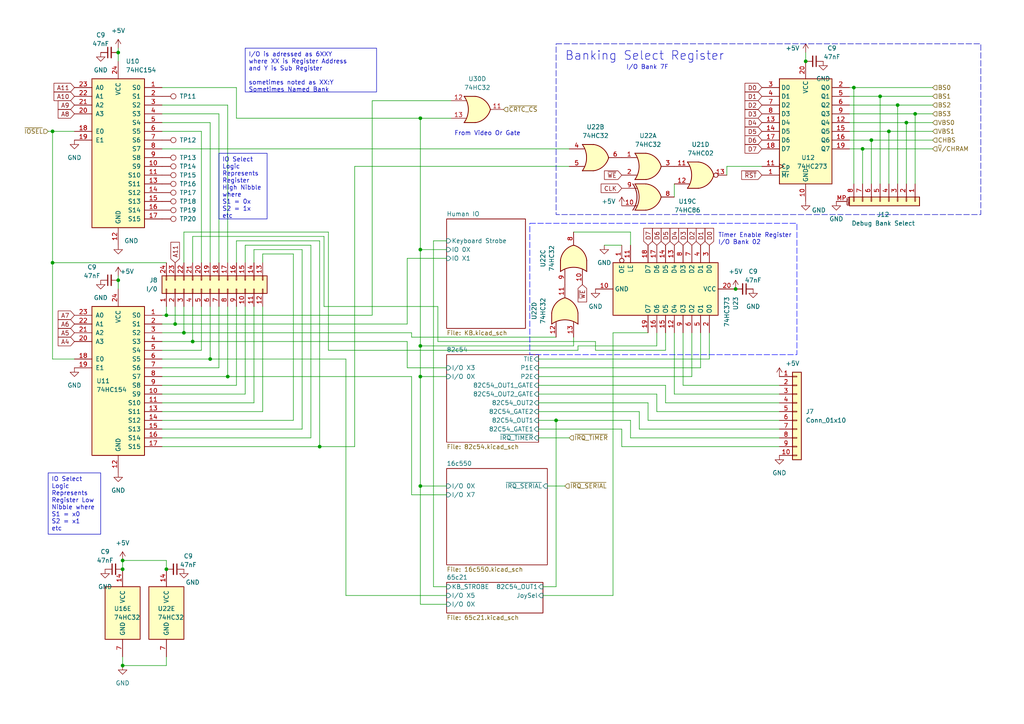
<source format=kicad_sch>
(kicad_sch (version 20230121) (generator eeschema)
  (paper "A4")
  (lib_symbols
    (symbol "74xx:74HC273"
      (property "Reference" "U" (at -7.62 16.51 0))
      (property "Value" "74HC273" (at -7.62 -16.51 0))
      (symbol "74HC273_1_0"
        (pin input line (at -12.7 -12.7 0) (length 5.08) (name "~{Mr}") (number "1"))
        (pin power_in line (at 0 -20.32 90) (length 5.08) (name "GND") (number "10"))
        (pin input clock (at -12.7 -10.16 0) (length 5.08) (name "Cp") (number "11"))
        (pin output line (at 12.7 2.54 180) (length 5.08) (name "Q4") (number "12"))
        (pin input line (at -12.7 2.54 0) (length 5.08) (name "D4") (number "13"))
        (pin input line (at -12.7 0 0) (length 5.08) (name "D5") (number "14"))
        (pin output line (at 12.7 0 180) (length 5.08) (name "Q5") (number "15"))
        (pin output line (at 12.7 -2.54 180) (length 5.08) (name "Q6") (number "16"))
        (pin input line (at -12.7 -2.54 0) (length 5.08) (name "D6") (number "17"))
        (pin input line (at -12.7 -5.08 0) (length 5.08) (name "D7") (number "18"))
        (pin output line (at 12.7 -5.08 180) (length 5.08) (name "Q7") (number "19"))
        (pin output line (at 12.7 12.7 180) (length 5.08) (name "Q0") (number "2"))
        (pin power_in line (at 0 20.32 270) (length 5.08) (name "VCC") (number "20"))
        (pin input line (at -12.7 12.7 0) (length 5.08) (name "D0") (number "3"))
        (pin input line (at -12.7 10.16 0) (length 5.08) (name "D1") (number "4"))
        (pin output line (at 12.7 10.16 180) (length 5.08) (name "Q1") (number "5"))
        (pin output line (at 12.7 7.62 180) (length 5.08) (name "Q2") (number "6"))
        (pin input line (at -12.7 7.62 0) (length 5.08) (name "D2") (number "7"))
        (pin input line (at -12.7 5.08 0) (length 5.08) (name "D3") (number "8"))
        (pin output line (at 12.7 5.08 180) (length 5.08) (name "Q3") (number "9"))
      )
    )
    (symbol "74xx:74HCT02" (pin_names (offset 1.016))
      (property "Reference" "U" (at 0 1.27 0))
      (property "Value" "74HCT02" (at 0 -1.27 0))
      (symbol "74HCT02_1_1"
        (pin output inverted (at 7.62 0 180) (length 3.81) (name "~") (number "1"))
        (pin input line (at -7.62 2.54 0) (length 4.318) (name "~") (number "2"))
        (pin input line (at -7.62 -2.54 0) (length 4.318) (name "~") (number "3"))
      )
      (symbol "74HCT02_1_2"
        (pin output line (at 7.62 0 180) (length 3.81) (name "~") (number "1"))
        (pin input inverted (at -7.62 2.54 0) (length 3.81) (name "~") (number "2"))
        (pin input inverted (at -7.62 -2.54 0) (length 3.81) (name "~") (number "3"))
      )
      (symbol "74HCT02_2_1"
        (pin output inverted (at 7.62 0 180) (length 3.81) (name "~") (number "4"))
        (pin input line (at -7.62 2.54 0) (length 4.318) (name "~") (number "5"))
        (pin input line (at -7.62 -2.54 0) (length 4.318) (name "~") (number "6"))
      )
      (symbol "74HCT02_2_2"
        (pin output line (at 7.62 0 180) (length 3.81) (name "~") (number "4"))
        (pin input inverted (at -7.62 2.54 0) (length 3.81) (name "~") (number "5"))
        (pin input inverted (at -7.62 -2.54 0) (length 3.81) (name "~") (number "6"))
      )
      (symbol "74HCT02_3_1"
        (pin output inverted (at 7.62 0 180) (length 3.81) (name "~") (number "10"))
        (pin input line (at -7.62 2.54 0) (length 4.318) (name "~") (number "8"))
        (pin input line (at -7.62 -2.54 0) (length 4.318) (name "~") (number "9"))
      )
      (symbol "74HCT02_3_2"
        (pin output line (at 7.62 0 180) (length 3.81) (name "~") (number "10"))
        (pin input inverted (at -7.62 2.54 0) (length 3.81) (name "~") (number "8"))
        (pin input inverted (at -7.62 -2.54 0) (length 3.81) (name "~") (number "9"))
      )
      (symbol "74HCT02_4_1"
        (pin input line (at -7.62 2.54 0) (length 4.318) (name "~") (number "11"))
        (pin input line (at -7.62 -2.54 0) (length 4.318) (name "~") (number "12"))
        (pin output inverted (at 7.62 0 180) (length 3.81) (name "~") (number "13"))
      )
      (symbol "74HCT02_4_2"
        (pin input inverted (at -7.62 2.54 0) (length 3.81) (name "~") (number "11"))
        (pin input inverted (at -7.62 -2.54 0) (length 3.81) (name "~") (number "12"))
        (pin output line (at 7.62 0 180) (length 3.81) (name "~") (number "13"))
      )
      (symbol "74HCT02_5_0"
        (pin power_in line (at 0 12.7 270) (length 5.08) (name "VCC") (number "14"))
        (pin power_in line (at 0 -12.7 90) (length 5.08) (name "GND") (number "7"))
      )
    )
    (symbol "74xx:74HCT373"
      (property "Reference" "U" (at -7.62 16.51 0))
      (property "Value" "74HCT373" (at -7.62 -16.51 0))
      (symbol "74HCT373_1_0"
        (pin input inverted (at -12.7 -12.7 0) (length 5.08) (name "OE") (number "1"))
        (pin power_in line (at 0 -20.32 90) (length 5.08) (name "GND") (number "10"))
        (pin input line (at -12.7 -10.16 0) (length 5.08) (name "LE") (number "11"))
        (pin tri_state line (at 12.7 2.54 180) (length 5.08) (name "O4") (number "12"))
        (pin input line (at -12.7 2.54 0) (length 5.08) (name "D4") (number "13"))
        (pin input line (at -12.7 0 0) (length 5.08) (name "D5") (number "14"))
        (pin tri_state line (at 12.7 0 180) (length 5.08) (name "O5") (number "15"))
        (pin tri_state line (at 12.7 -2.54 180) (length 5.08) (name "O6") (number "16"))
        (pin input line (at -12.7 -2.54 0) (length 5.08) (name "D6") (number "17"))
        (pin input line (at -12.7 -5.08 0) (length 5.08) (name "D7") (number "18"))
        (pin tri_state line (at 12.7 -5.08 180) (length 5.08) (name "O7") (number "19"))
        (pin tri_state line (at 12.7 12.7 180) (length 5.08) (name "O0") (number "2"))
        (pin power_in line (at 0 20.32 270) (length 5.08) (name "VCC") (number "20"))
        (pin input line (at -12.7 12.7 0) (length 5.08) (name "D0") (number "3"))
        (pin input line (at -12.7 10.16 0) (length 5.08) (name "D1") (number "4"))
        (pin tri_state line (at 12.7 10.16 180) (length 5.08) (name "O1") (number "5"))
        (pin tri_state line (at 12.7 7.62 180) (length 5.08) (name "O2") (number "6"))
        (pin input line (at -12.7 7.62 0) (length 5.08) (name "D2") (number "7"))
        (pin input line (at -12.7 5.08 0) (length 5.08) (name "D3") (number "8"))
        (pin tri_state line (at 12.7 5.08 180) (length 5.08) (name "O3") (number "9"))
      )
    )
    (symbol "74xx:74LS154" (pin_names (offset 1.016))
      (property "Reference" "U" (at -7.62 21.59 0))
      (property "Value" "74LS154" (at -7.62 -24.13 0))
      (symbol "74LS154_1_0"
        (pin output line (at 12.7 17.78 180) (length 5.08) (name "S0") (number "1"))
        (pin output line (at 12.7 -5.08 180) (length 5.08) (name "S9") (number "10"))
        (pin output line (at 12.7 -7.62 180) (length 5.08) (name "S10") (number "11"))
        (pin power_in line (at 0 -27.94 90) (length 5.08) (name "GND") (number "12"))
        (pin output line (at 12.7 -10.16 180) (length 5.08) (name "S11") (number "13"))
        (pin output line (at 12.7 -12.7 180) (length 5.08) (name "S12") (number "14"))
        (pin output line (at 12.7 -15.24 180) (length 5.08) (name "S13") (number "15"))
        (pin output line (at 12.7 -17.78 180) (length 5.08) (name "S14") (number "16"))
        (pin output line (at 12.7 -20.32 180) (length 5.08) (name "S15") (number "17"))
        (pin input line (at -12.7 5.08 0) (length 5.08) (name "E0") (number "18"))
        (pin input line (at -12.7 2.54 0) (length 5.08) (name "E1") (number "19"))
        (pin output line (at 12.7 15.24 180) (length 5.08) (name "S1") (number "2"))
        (pin input line (at -12.7 10.16 0) (length 5.08) (name "A3") (number "20"))
        (pin input line (at -12.7 12.7 0) (length 5.08) (name "A2") (number "21"))
        (pin input line (at -12.7 15.24 0) (length 5.08) (name "A1") (number "22"))
        (pin input line (at -12.7 17.78 0) (length 5.08) (name "A0") (number "23"))
        (pin power_in line (at 0 25.4 270) (length 5.08) (name "VCC") (number "24"))
        (pin output line (at 12.7 12.7 180) (length 5.08) (name "S2") (number "3"))
        (pin output line (at 12.7 10.16 180) (length 5.08) (name "S3") (number "4"))
        (pin output line (at 12.7 7.62 180) (length 5.08) (name "S4") (number "5"))
        (pin output line (at 12.7 5.08 180) (length 5.08) (name "S5") (number "6"))
        (pin output line (at 12.7 2.54 180) (length 5.08) (name "S6") (number "7"))
        (pin output line (at 12.7 0 180) (length 5.08) (name "S7") (number "8"))
        (pin output line (at 12.7 -2.54 180) (length 5.08) (name "S8") (number "9"))
      )
    )
    (symbol "74xx:74LS32" (pin_names (offset 1.016))
      (property "Reference" "U" (at 0 1.27 0))
      (property "Value" "74LS32" (at 0 -1.27 0))
      (symbol "74LS32_1_1"
        (pin input line (at -7.62 2.54 0) (length 4.318) (name "~") (number "1"))
        (pin input line (at -7.62 -2.54 0) (length 4.318) (name "~") (number "2"))
        (pin output line (at 7.62 0 180) (length 3.81) (name "~") (number "3"))
      )
      (symbol "74LS32_1_2"
        (pin input inverted (at -7.62 2.54 0) (length 3.81) (name "~") (number "1"))
        (pin input inverted (at -7.62 -2.54 0) (length 3.81) (name "~") (number "2"))
        (pin output inverted (at 7.62 0 180) (length 3.81) (name "~") (number "3"))
      )
      (symbol "74LS32_2_1"
        (pin input line (at -7.62 2.54 0) (length 4.318) (name "~") (number "4"))
        (pin input line (at -7.62 -2.54 0) (length 4.318) (name "~") (number "5"))
        (pin output line (at 7.62 0 180) (length 3.81) (name "~") (number "6"))
      )
      (symbol "74LS32_2_2"
        (pin input inverted (at -7.62 2.54 0) (length 3.81) (name "~") (number "4"))
        (pin input inverted (at -7.62 -2.54 0) (length 3.81) (name "~") (number "5"))
        (pin output inverted (at 7.62 0 180) (length 3.81) (name "~") (number "6"))
      )
      (symbol "74LS32_3_1"
        (pin input line (at -7.62 -2.54 0) (length 4.318) (name "~") (number "10"))
        (pin output line (at 7.62 0 180) (length 3.81) (name "~") (number "8"))
        (pin input line (at -7.62 2.54 0) (length 4.318) (name "~") (number "9"))
      )
      (symbol "74LS32_3_2"
        (pin input inverted (at -7.62 -2.54 0) (length 3.81) (name "~") (number "10"))
        (pin output inverted (at 7.62 0 180) (length 3.81) (name "~") (number "8"))
        (pin input inverted (at -7.62 2.54 0) (length 3.81) (name "~") (number "9"))
      )
      (symbol "74LS32_4_1"
        (pin output line (at 7.62 0 180) (length 3.81) (name "~") (number "11"))
        (pin input line (at -7.62 2.54 0) (length 4.318) (name "~") (number "12"))
        (pin input line (at -7.62 -2.54 0) (length 4.318) (name "~") (number "13"))
      )
      (symbol "74LS32_4_2"
        (pin output inverted (at 7.62 0 180) (length 3.81) (name "~") (number "11"))
        (pin input inverted (at -7.62 2.54 0) (length 3.81) (name "~") (number "12"))
        (pin input inverted (at -7.62 -2.54 0) (length 3.81) (name "~") (number "13"))
      )
      (symbol "74LS32_5_0"
        (pin power_in line (at 0 12.7 270) (length 5.08) (name "VCC") (number "14"))
        (pin power_in line (at 0 -12.7 90) (length 5.08) (name "GND") (number "7"))
      )
    )
    (symbol "74xx:74LS86" (pin_names (offset 1.016))
      (property "Reference" "U" (at 0 1.27 0))
      (property "Value" "74LS86" (at 0 -1.27 0))
      (symbol "74LS86_1_0"
        (pin input line (at -7.62 2.54 0) (length 4.445) (name "~") (number "1"))
        (pin input line (at -7.62 -2.54 0) (length 4.445) (name "~") (number "2"))
        (pin output line (at 7.62 0 180) (length 3.81) (name "~") (number "3"))
      )
      (symbol "74LS86_2_0"
        (pin input line (at -7.62 2.54 0) (length 4.445) (name "~") (number "4"))
        (pin input line (at -7.62 -2.54 0) (length 4.445) (name "~") (number "5"))
        (pin output line (at 7.62 0 180) (length 3.81) (name "~") (number "6"))
      )
      (symbol "74LS86_3_0"
        (pin input line (at -7.62 -2.54 0) (length 4.445) (name "~") (number "10"))
        (pin output line (at 7.62 0 180) (length 3.81) (name "~") (number "8"))
        (pin input line (at -7.62 2.54 0) (length 4.445) (name "~") (number "9"))
      )
      (symbol "74LS86_4_0"
        (pin output line (at 7.62 0 180) (length 3.81) (name "~") (number "11"))
        (pin input line (at -7.62 2.54 0) (length 4.445) (name "~") (number "12"))
        (pin input line (at -7.62 -2.54 0) (length 4.445) (name "~") (number "13"))
      )
      (symbol "74LS86_5_0"
        (pin power_in line (at 0 12.7 270) (length 5.08) (name "VCC") (number "14"))
        (pin power_in line (at 0 -12.7 90) (length 5.08) (name "GND") (number "7"))
      )
    )
    (symbol "Connector:TestPoint" (pin_numbers hide) (pin_names (offset 0.762) hide)
      (property "Reference" "TP" (at 0 6.858 0))
      (property "Value" "TestPoint" (at 0 5.08 0))
      (symbol "TestPoint_1_1"
        (pin passive line (at 0 0 90) (length 2.54) (name "1") (number "1"))
      )
    )
    (symbol "Connector_Generic:Conn_01x10" (pin_names (offset 1.016) hide)
      (property "Reference" "J" (at 0 12.7 0))
      (property "Value" "Conn_01x10" (at 0 -15.24 0))
      (symbol "Conn_01x10_1_1"
        (pin passive line (at -5.08 10.16 0) (length 3.81) (name "Pin_1") (number "1"))
        (pin passive line (at -5.08 -12.7 0) (length 3.81) (name "Pin_10") (number "10"))
        (pin passive line (at -5.08 7.62 0) (length 3.81) (name "Pin_2") (number "2"))
        (pin passive line (at -5.08 5.08 0) (length 3.81) (name "Pin_3") (number "3"))
        (pin passive line (at -5.08 2.54 0) (length 3.81) (name "Pin_4") (number "4"))
        (pin passive line (at -5.08 0 0) (length 3.81) (name "Pin_5") (number "5"))
        (pin passive line (at -5.08 -2.54 0) (length 3.81) (name "Pin_6") (number "6"))
        (pin passive line (at -5.08 -5.08 0) (length 3.81) (name "Pin_7") (number "7"))
        (pin passive line (at -5.08 -7.62 0) (length 3.81) (name "Pin_8") (number "8"))
        (pin passive line (at -5.08 -10.16 0) (length 3.81) (name "Pin_9") (number "9"))
      )
    )
    (symbol "Connector_Generic:Conn_02x12_Counter_Clockwise" (pin_names (offset 1.016) hide)
      (property "Reference" "J" (at 1.27 15.24 0))
      (property "Value" "Conn_02x12_Counter_Clockwise" (at 1.27 -17.78 0))
      (symbol "Conn_02x12_Counter_Clockwise_1_1"
        (pin passive line (at -5.08 12.7 0) (length 3.81) (name "Pin_1") (number "1"))
        (pin passive line (at -5.08 -10.16 0) (length 3.81) (name "Pin_10") (number "10"))
        (pin passive line (at -5.08 -12.7 0) (length 3.81) (name "Pin_11") (number "11"))
        (pin passive line (at -5.08 -15.24 0) (length 3.81) (name "Pin_12") (number "12"))
        (pin passive line (at 7.62 -15.24 180) (length 3.81) (name "Pin_13") (number "13"))
        (pin passive line (at 7.62 -12.7 180) (length 3.81) (name "Pin_14") (number "14"))
        (pin passive line (at 7.62 -10.16 180) (length 3.81) (name "Pin_15") (number "15"))
        (pin passive line (at 7.62 -7.62 180) (length 3.81) (name "Pin_16") (number "16"))
        (pin passive line (at 7.62 -5.08 180) (length 3.81) (name "Pin_17") (number "17"))
        (pin passive line (at 7.62 -2.54 180) (length 3.81) (name "Pin_18") (number "18"))
        (pin passive line (at 7.62 0 180) (length 3.81) (name "Pin_19") (number "19"))
        (pin passive line (at -5.08 10.16 0) (length 3.81) (name "Pin_2") (number "2"))
        (pin passive line (at 7.62 2.54 180) (length 3.81) (name "Pin_20") (number "20"))
        (pin passive line (at 7.62 5.08 180) (length 3.81) (name "Pin_21") (number "21"))
        (pin passive line (at 7.62 7.62 180) (length 3.81) (name "Pin_22") (number "22"))
        (pin passive line (at 7.62 10.16 180) (length 3.81) (name "Pin_23") (number "23"))
        (pin passive line (at 7.62 12.7 180) (length 3.81) (name "Pin_24") (number "24"))
        (pin passive line (at -5.08 7.62 0) (length 3.81) (name "Pin_3") (number "3"))
        (pin passive line (at -5.08 5.08 0) (length 3.81) (name "Pin_4") (number "4"))
        (pin passive line (at -5.08 2.54 0) (length 3.81) (name "Pin_5") (number "5"))
        (pin passive line (at -5.08 0 0) (length 3.81) (name "Pin_6") (number "6"))
        (pin passive line (at -5.08 -2.54 0) (length 3.81) (name "Pin_7") (number "7"))
        (pin passive line (at -5.08 -5.08 0) (length 3.81) (name "Pin_8") (number "8"))
        (pin passive line (at -5.08 -7.62 0) (length 3.81) (name "Pin_9") (number "9"))
      )
    )
    (symbol "Connector_Generic_MountingPin:Conn_01x08_MountingPin" (pin_names (offset 1.016) hide)
      (property "Reference" "J" (at 0 10.16 0))
      (property "Value" "Conn_01x08_MountingPin" (at 1.27 -12.7 0))
      (symbol "Conn_01x08_MountingPin_1_1"
        (text "Mounting" (at 0 -11.811 0) (effects (font (size 0.381 0.381))))
        (pin passive line (at -5.08 7.62 0) (length 3.81) (name "Pin_1") (number "1"))
        (pin passive line (at -5.08 5.08 0) (length 3.81) (name "Pin_2") (number "2"))
        (pin passive line (at -5.08 2.54 0) (length 3.81) (name "Pin_3") (number "3"))
        (pin passive line (at -5.08 0 0) (length 3.81) (name "Pin_4") (number "4"))
        (pin passive line (at -5.08 -2.54 0) (length 3.81) (name "Pin_5") (number "5"))
        (pin passive line (at -5.08 -5.08 0) (length 3.81) (name "Pin_6") (number "6"))
        (pin passive line (at -5.08 -7.62 0) (length 3.81) (name "Pin_7") (number "7"))
        (pin passive line (at -5.08 -10.16 0) (length 3.81) (name "Pin_8") (number "8"))
        (pin passive line (at 0 -15.24 90) (length 3.048) (name "MountPin") (number "MP"))
      )
    )
    (symbol "Device:C_Small" (pin_numbers hide) (pin_names (offset 0.254) hide)
      (property "Reference" "C" (at 0.254 1.778 0))
      (property "Value" "C_Small" (at 0.254 -2.032 0))
      (symbol "C_Small_1_1"
        (pin passive line (at 0 2.54 270) (length 2.032) (name "~") (number "1"))
        (pin passive line (at 0 -2.54 90) (length 2.032) (name "~") (number "2"))
      )
    )
    (symbol "power:+5V" (power) (pin_names (offset 0))
      (property "Value" "+5V" (at 0 3.556 0))
      (symbol "+5V_1_1"
        (pin power_in line (at 0 0 90) (length 0) hide (name "+5V") (number "1"))
      )
    )
    (symbol "power:GND" (power) (pin_names (offset 0))
      (property "Value" "GND" (at 0 -3.81 0))
      (symbol "GND_1_1"
        (pin power_in line (at 0 0 270) (length 0) hide (name "GND") (number "1"))
      )
    )
  )
  (junction (at 34.29 81.28))
  (junction (at 257.81 38.1))
  (junction (at 92.71 129.54))
  (junction (at 121.92 34.29))
  (junction (at 35.56 165.1))
  (junction (at 35.56 162.56))
  (junction (at 121.92 100.33))
  (junction (at 250.19 43.18))
  (junction (at 121.92 72.39))
  (junction (at 50.8 93.98))
  (junction (at 55.88 99.06))
  (junction (at 247.65 25.4))
  (junction (at 255.27 27.94))
  (junction (at 53.34 96.52))
  (junction (at 161.29 121.92))
  (junction (at 213.36 83.82))
  (junction (at 15.24 38.1))
  (junction (at 48.26 91.44))
  (junction (at 252.73 40.64))
  (junction (at 60.96 104.14))
  (junction (at 121.92 109.22))
  (junction (at 262.89 35.56))
  (junction (at 66.04 109.22))
  (junction (at 121.92 140.97))
  (junction (at 34.29 15.24))
  (junction (at 15.24 76.2))
  (junction (at 35.56 193.04))
  (junction (at 48.26 165.1))
  (junction (at 233.68 17.78))
  (junction (at 260.35 30.48))
  (junction (at 265.43 33.02))
  (wire (pts (xy 121.92 109.22) (xy 121.92 140.97)))
  (wire (pts (xy 157.48 172.72) (xy 177.8 172.72)))
  (wire (pts (xy 270.51 38.1) (xy 257.81 38.1)))
  (wire (pts (xy 156.21 116.84) (xy 187.96 116.84)))
  (wire (pts (xy 118.11 74.93) (xy 118.11 93.98)))
  (wire (pts (xy 262.89 35.56) (xy 246.38 35.56)))
  (wire (pts (xy 257.81 38.1) (xy 257.81 53.34)))
  (wire (pts (xy 118.11 74.93) (xy 129.54 74.93)))
  (wire (pts (xy 100.33 172.72) (xy 129.54 172.72)))
  (wire (pts (xy 13.97 38.1) (xy 15.24 38.1)))
  (wire (pts (xy 60.96 76.2) (xy 60.96 35.56)))
  (wire (pts (xy 85.09 121.92) (xy 85.09 73.66)))
  (wire (pts (xy 92.71 69.85) (xy 92.71 129.54)))
  (wire (pts (xy 121.92 72.39) (xy 121.92 100.33)))
  (wire (pts (xy 172.72 99.06) (xy 172.72 101.6)))
  (wire (pts (xy 87.63 72.39) (xy 73.66 72.39)))
  (wire (pts (xy 119.38 97.79) (xy 119.38 96.52)))
  (wire (pts (xy 68.58 34.29) (xy 121.92 34.29)))
  (wire (pts (xy 68.58 34.29) (xy 68.58 25.4)))
  (wire (pts (xy 21.59 104.14) (xy 15.24 104.14)))
  (wire (pts (xy 46.99 109.22) (xy 66.04 109.22)))
  (wire (pts (xy 270.51 25.4) (xy 247.65 25.4)))
  (wire (pts (xy 187.96 116.84) (xy 187.96 121.92)))
  (wire (pts (xy 195.58 53.34) (xy 195.58 57.15)))
  (wire (pts (xy 121.92 34.29) (xy 130.81 34.29)))
  (wire (pts (xy 71.12 71.12) (xy 71.12 76.2)))
  (wire (pts (xy 187.96 121.92) (xy 226.06 121.92)))
  (wire (pts (xy 166.37 67.31) (xy 182.88 67.31)))
  (wire (pts (xy 58.42 88.9) (xy 58.42 101.6)))
  (wire (pts (xy 193.04 111.76) (xy 193.04 116.84)))
  (wire (pts (xy 250.19 43.18) (xy 250.19 53.34)))
  (wire (pts (xy 100.33 172.72) (xy 100.33 104.14)))
  (wire (pts (xy 190.5 119.38) (xy 190.5 114.3)))
  (wire (pts (xy 250.19 43.18) (xy 246.38 43.18)))
  (wire (pts (xy 48.26 162.56) (xy 35.56 162.56)))
  (wire (pts (xy 167.64 100.33) (xy 167.64 101.6)))
  (wire (pts (xy 15.24 76.2) (xy 48.26 76.2)))
  (wire (pts (xy 205.74 96.52) (xy 205.74 104.14)))
  (wire (pts (xy 68.58 111.76) (xy 46.99 111.76)))
  (wire (pts (xy 127 88.9) (xy 127 99.06)))
  (wire (pts (xy 102.87 48.26) (xy 102.87 129.54)))
  (wire (pts (xy 121.92 100.33) (xy 121.92 109.22)))
  (wire (pts (xy 107.95 29.21) (xy 130.81 29.21)))
  (wire (pts (xy 195.58 114.3) (xy 226.06 114.3)))
  (wire (pts (xy 46.99 96.52) (xy 53.34 96.52)))
  (wire (pts (xy 76.2 73.66) (xy 76.2 76.2)))
  (wire (pts (xy 129.54 140.97) (xy 121.92 140.97)))
  (wire (pts (xy 156.21 111.76) (xy 193.04 111.76)))
  (wire (pts (xy 66.04 88.9) (xy 66.04 109.22)))
  (wire (pts (xy 93.98 88.9) (xy 93.98 68.58)))
  (wire (pts (xy 66.04 76.2) (xy 66.04 30.48)))
  (wire (pts (xy 46.99 127) (xy 90.17 127)))
  (wire (pts (xy 15.24 38.1) (xy 21.59 38.1)))
  (wire (pts (xy 190.5 114.3) (xy 156.21 114.3)))
  (wire (pts (xy 66.04 109.22) (xy 119.38 109.22)))
  (wire (pts (xy 198.12 96.52) (xy 198.12 111.76)))
  (wire (pts (xy 265.43 33.02) (xy 265.43 53.34)))
  (wire (pts (xy 119.38 143.51) (xy 119.38 109.22)))
  (wire (pts (xy 262.89 35.56) (xy 262.89 53.34)))
  (wire (pts (xy 270.51 40.64) (xy 252.73 40.64)))
  (wire (pts (xy 260.35 30.48) (xy 260.35 53.34)))
  (wire (pts (xy 68.58 88.9) (xy 68.58 111.76)))
  (wire (pts (xy 129.54 106.68) (xy 118.11 106.68)))
  (wire (pts (xy 46.99 121.92) (xy 85.09 121.92)))
  (wire (pts (xy 53.34 67.31) (xy 53.34 76.2)))
  (wire (pts (xy 48.26 165.1) (xy 48.26 162.56)))
  (wire (pts (xy 129.54 72.39) (xy 121.92 72.39)))
  (wire (pts (xy 46.99 43.18) (xy 165.1 43.18)))
  (wire (pts (xy 95.25 67.31) (xy 53.34 67.31)))
  (wire (pts (xy 87.63 124.46) (xy 87.63 72.39)))
  (wire (pts (xy 129.54 143.51) (xy 119.38 143.51)))
  (wire (pts (xy 265.43 33.02) (xy 246.38 33.02)))
  (wire (pts (xy 71.12 114.3) (xy 46.99 114.3)))
  (wire (pts (xy 127 88.9) (xy 93.98 88.9)))
  (wire (pts (xy 46.99 33.02) (xy 63.5 33.02)))
  (wire (pts (xy 203.2 96.52) (xy 203.2 106.68)))
  (wire (pts (xy 167.64 101.6) (xy 95.25 101.6)))
  (wire (pts (xy 48.26 88.9) (xy 48.26 91.44)))
  (wire (pts (xy 35.56 190.5) (xy 35.56 193.04)))
  (wire (pts (xy 85.09 73.66) (xy 76.2 73.66)))
  (wire (pts (xy 46.99 119.38) (xy 76.2 119.38)))
  (wire (pts (xy 90.17 127) (xy 90.17 71.12)))
  (wire (pts (xy 46.99 99.06) (xy 55.88 99.06)))
  (wire (pts (xy 73.66 88.9) (xy 73.66 116.84)))
  (wire (pts (xy 156.21 119.38) (xy 185.42 119.38)))
  (wire (pts (xy 255.27 27.94) (xy 255.27 53.34)))
  (wire (pts (xy 107.95 29.21) (xy 107.95 91.44)))
  (wire (pts (xy 121.92 140.97) (xy 121.92 175.26)))
  (wire (pts (xy 48.26 91.44) (xy 107.95 91.44)))
  (wire (pts (xy 198.12 111.76) (xy 226.06 111.76)))
  (wire (pts (xy 270.51 30.48) (xy 260.35 30.48)))
  (wire (pts (xy 55.88 99.06) (xy 118.11 99.06)))
  (wire (pts (xy 93.98 68.58) (xy 55.88 68.58)))
  (wire (pts (xy 34.29 81.28) (xy 34.29 83.82)))
  (wire (pts (xy 34.29 13.97) (xy 34.29 15.24)))
  (wire (pts (xy 193.04 96.52) (xy 193.04 101.6)))
  (wire (pts (xy 193.04 116.84) (xy 226.06 116.84)))
  (wire (pts (xy 182.88 121.92) (xy 161.29 121.92)))
  (wire (pts (xy 34.29 80.01) (xy 34.29 81.28)))
  (wire (pts (xy 55.88 88.9) (xy 55.88 99.06)))
  (wire (pts (xy 190.5 96.52) (xy 190.5 100.33)))
  (wire (pts (xy 260.35 30.48) (xy 246.38 30.48)))
  (wire (pts (xy 46.99 116.84) (xy 73.66 116.84)))
  (wire (pts (xy 60.96 88.9) (xy 60.96 104.14)))
  (wire (pts (xy 50.8 93.98) (xy 46.99 93.98)))
  (wire (pts (xy 233.68 15.24) (xy 233.68 17.78)))
  (wire (pts (xy 129.54 175.26) (xy 121.92 175.26)))
  (wire (pts (xy 73.66 72.39) (xy 73.66 76.2)))
  (wire (pts (xy 247.65 25.4) (xy 247.65 53.34)))
  (wire (pts (xy 200.66 109.22) (xy 156.21 109.22)))
  (wire (pts (xy 185.42 119.38) (xy 185.42 124.46)))
  (wire (pts (xy 35.56 193.04) (xy 48.26 193.04)))
  (wire (pts (xy 53.34 96.52) (xy 119.38 96.52)))
  (wire (pts (xy 190.5 100.33) (xy 167.64 100.33)))
  (wire (pts (xy 55.88 68.58) (xy 55.88 76.2)))
  (wire (pts (xy 172.72 101.6) (xy 193.04 101.6)))
  (wire (pts (xy 58.42 101.6) (xy 46.99 101.6)))
  (wire (pts (xy 76.2 119.38) (xy 76.2 88.9)))
  (wire (pts (xy 46.99 91.44) (xy 48.26 91.44)))
  (wire (pts (xy 63.5 106.68) (xy 46.99 106.68)))
  (wire (pts (xy 158.75 140.97) (xy 163.83 140.97)))
  (wire (pts (xy 210.82 48.26) (xy 220.98 48.26)))
  (wire (pts (xy 46.99 38.1) (xy 58.42 38.1)))
  (wire (pts (xy 165.1 48.26) (xy 102.87 48.26)))
  (wire (pts (xy 247.65 25.4) (xy 246.38 25.4)))
  (wire (pts (xy 255.27 27.94) (xy 246.38 27.94)))
  (wire (pts (xy 180.34 129.54) (xy 226.06 129.54)))
  (wire (pts (xy 270.51 35.56) (xy 262.89 35.56)))
  (wire (pts (xy 125.73 69.85) (xy 129.54 69.85)))
  (wire (pts (xy 63.5 88.9) (xy 63.5 106.68)))
  (wire (pts (xy 60.96 104.14) (xy 100.33 104.14)))
  (wire (pts (xy 125.73 170.18) (xy 125.73 69.85)))
  (wire (pts (xy 252.73 40.64) (xy 252.73 53.34)))
  (wire (pts (xy 226.06 119.38) (xy 190.5 119.38)))
  (wire (pts (xy 90.17 71.12) (xy 71.12 71.12)))
  (wire (pts (xy 127 99.06) (xy 172.72 99.06)))
  (wire (pts (xy 270.51 43.18) (xy 250.19 43.18)))
  (wire (pts (xy 180.34 124.46) (xy 180.34 129.54)))
  (wire (pts (xy 121.92 100.33) (xy 166.37 100.33)))
  (wire (pts (xy 226.06 127) (xy 182.88 127)))
  (wire (pts (xy 166.37 100.33) (xy 166.37 97.79)))
  (wire (pts (xy 71.12 88.9) (xy 71.12 114.3)))
  (wire (pts (xy 119.38 97.79) (xy 161.29 97.79)))
  (wire (pts (xy 15.24 104.14) (xy 15.24 76.2)))
  (wire (pts (xy 205.74 104.14) (xy 156.21 104.14)))
  (wire (pts (xy 102.87 129.54) (xy 92.71 129.54)))
  (wire (pts (xy 270.51 33.02) (xy 265.43 33.02)))
  (wire (pts (xy 161.29 121.92) (xy 161.29 170.18)))
  (wire (pts (xy 58.42 76.2) (xy 58.42 38.1)))
  (wire (pts (xy 46.99 129.54) (xy 92.71 129.54)))
  (wire (pts (xy 46.99 124.46) (xy 87.63 124.46)))
  (wire (pts (xy 156.21 127) (xy 165.1 127)))
  (wire (pts (xy 35.56 162.56) (xy 35.56 165.1)))
  (wire (pts (xy 270.51 27.94) (xy 255.27 27.94)))
  (wire (pts (xy 46.99 30.48) (xy 66.04 30.48)))
  (wire (pts (xy 210.82 48.26) (xy 210.82 50.8)))
  (wire (pts (xy 182.88 67.31) (xy 182.88 71.12)))
  (wire (pts (xy 63.5 76.2) (xy 63.5 33.02)))
  (wire (pts (xy 15.24 76.2) (xy 15.24 38.1)))
  (wire (pts (xy 118.11 93.98) (xy 50.8 93.98)))
  (wire (pts (xy 34.29 15.24) (xy 34.29 17.78)))
  (wire (pts (xy 50.8 88.9) (xy 50.8 93.98)))
  (wire (pts (xy 95.25 67.31) (xy 95.25 101.6)))
  (wire (pts (xy 157.48 170.18) (xy 161.29 170.18)))
  (wire (pts (xy 129.54 109.22) (xy 121.92 109.22)))
  (wire (pts (xy 257.81 38.1) (xy 246.38 38.1)))
  (wire (pts (xy 182.88 127) (xy 182.88 121.92)))
  (wire (pts (xy 46.99 35.56) (xy 60.96 35.56)))
  (wire (pts (xy 175.26 71.12) (xy 180.34 71.12)))
  (wire (pts (xy 121.92 72.39) (xy 121.92 34.29)))
  (wire (pts (xy 177.8 172.72) (xy 177.8 96.52)))
  (wire (pts (xy 48.26 190.5) (xy 48.26 193.04)))
  (wire (pts (xy 252.73 40.64) (xy 246.38 40.64)))
  (wire (pts (xy 203.2 106.68) (xy 156.21 106.68)))
  (wire (pts (xy 129.54 170.18) (xy 125.73 170.18)))
  (wire (pts (xy 200.66 96.52) (xy 200.66 109.22)))
  (wire (pts (xy 92.71 69.85) (xy 68.58 69.85)))
  (wire (pts (xy 195.58 96.52) (xy 195.58 114.3)))
  (wire (pts (xy 156.21 124.46) (xy 180.34 124.46)))
  (wire (pts (xy 53.34 88.9) (xy 53.34 96.52)))
  (wire (pts (xy 185.42 124.46) (xy 226.06 124.46)))
  (wire (pts (xy 68.58 69.85) (xy 68.58 76.2)))
  (wire (pts (xy 46.99 25.4) (xy 68.58 25.4)))
  (wire (pts (xy 177.8 96.52) (xy 187.96 96.52)))
  (wire (pts (xy 118.11 106.68) (xy 118.11 99.06)))
  (wire (pts (xy 156.21 121.92) (xy 161.29 121.92)))
  (wire (pts (xy 46.99 104.14) (xy 60.96 104.14)))
  (rectangle (start 161.29 12.7) (end 284.48 62.23) (stroke (width 0) (type dash)))
  (rectangle (start 153.67 64.77) (end 231.14 102.87) (stroke (width 0) (type dash) (color 0 0 255 1)))
  (text_box "IO Select Logic\nRepresents Register Low Nibble where\nS1 = x0\nS2 = x1\netc" (at 13.97 137.16 0) (size 15.24 17.78) (effects (font (size 1.27 1.27)) (justify left top)))
  (text_box "I/O is adressed as 6XXY\nwhere XX is Register Address\nand Y is Sub Register\n\nsometimes noted as XX:Y \nSometimes Named Bank" (at 71.12 13.97 0) (size 38.1 12.7) (effects (font (size 1.27 1.27)) (justify left top)))
  (text_box "From Video Or Gate" (at 130.81 36.83 0) (size 21.59 3.81) (stroke (width -0.0001)) (effects (font (size 1.27 1.27)) (justify left top)))
  (text_box "IO Select Logic\nRepresents Register High Nibble where\nS1 = 0x\nS2 = 1x\netc" (at 63.5 44.45 0) (size 13.97 19.05) (effects (font (size 1.27 1.27)) (justify left top)))
  (text "Banking Select Register\n" (at 163.83 17.78 0) (effects (font (size 2.54 2.54)) (justify left bottom)))
  (text "I/O Bank 7F" (at 181.61 20.32 0) (effects (font (size 1.27 1.27)) (justify left bottom)))
  (text "Timer Enable Register\nI/O Bank 02\n" (at 208.28 71.12 0) (effects (font (size 1.27 1.27)) (justify left bottom)))
  (global_label "D4" (shape input) (at 220.98 35.56 180) (property "Intersheetrefs" "${INTERSHEET_REFS}" (effects hide)))
  (global_label "D1" (shape input) (at 220.98 27.94 180) (property "Intersheetrefs" "${INTERSHEET_REFS}" (effects hide)))
  (global_label "A10" (shape input) (at 21.59 27.94 180) (property "Intersheetrefs" "${INTERSHEET_REFS}" (effects hide)))
  (global_label "D6" (shape input) (at 220.98 40.64 180) (property "Intersheetrefs" "${INTERSHEET_REFS}" (effects hide)))
  (global_label "D3" (shape input) (at 220.98 33.02 180) (property "Intersheetrefs" "${INTERSHEET_REFS}" (effects hide)))
  (global_label "D4" (shape input) (at 195.58 71.12 90) (property "Intersheetrefs" "${INTERSHEET_REFS}" (effects hide)))
  (global_label "A8" (shape input) (at 21.59 33.02 180) (property "Intersheetrefs" "${INTERSHEET_REFS}" (effects hide)))
  (global_label "A5" (shape input) (at 21.59 96.52 180) (property "Intersheetrefs" "${INTERSHEET_REFS}" (effects hide)))
  (global_label "D6" (shape input) (at 190.5 71.12 90) (property "Intersheetrefs" "${INTERSHEET_REFS}" (effects hide)))
  (global_label "A4" (shape input) (at 21.59 99.06 180) (property "Intersheetrefs" "${INTERSHEET_REFS}" (effects hide)))
  (global_label "D2" (shape input) (at 220.98 30.48 180) (property "Intersheetrefs" "${INTERSHEET_REFS}" (effects hide)))
  (global_label "A11" (shape input) (at 21.59 25.4 180) (property "Intersheetrefs" "${INTERSHEET_REFS}" (effects hide)))
  (global_label "~{WE}" (shape input) (at 180.34 50.8 180) (property "Intersheetrefs" "${INTERSHEET_REFS}" (effects hide)))
  (global_label "D2" (shape input) (at 200.66 71.12 90) (property "Intersheetrefs" "${INTERSHEET_REFS}" (effects hide)))
  (global_label "D5" (shape input) (at 220.98 38.1 180) (property "Intersheetrefs" "${INTERSHEET_REFS}" (effects hide)))
  (global_label "D0" (shape input) (at 220.98 25.4 180) (property "Intersheetrefs" "${INTERSHEET_REFS}" (effects hide)))
  (global_label "D3" (shape input) (at 198.12 71.12 90) (property "Intersheetrefs" "${INTERSHEET_REFS}" (effects hide)))
  (global_label "A6" (shape input) (at 21.59 93.98 180) (property "Intersheetrefs" "${INTERSHEET_REFS}" (effects hide)))
  (global_label "D7" (shape input) (at 187.96 71.12 90) (property "Intersheetrefs" "${INTERSHEET_REFS}" (effects hide)))
  (global_label "A9" (shape input) (at 21.59 30.48 180) (property "Intersheetrefs" "${INTERSHEET_REFS}" (effects hide)))
  (global_label "A7" (shape input) (at 21.59 91.44 180) (property "Intersheetrefs" "${INTERSHEET_REFS}" (effects hide)))
  (global_label "D7" (shape input) (at 220.98 43.18 180) (property "Intersheetrefs" "${INTERSHEET_REFS}" (effects hide)))
  (global_label "D5" (shape input) (at 193.04 71.12 90) (property "Intersheetrefs" "${INTERSHEET_REFS}" (effects hide)))
  (global_label "A11" (shape input) (at 50.8 76.2 90) (property "Intersheetrefs" "${INTERSHEET_REFS}" (effects hide)))
  (global_label "~{RST}" (shape input) (at 220.98 50.8 180) (property "Intersheetrefs" "${INTERSHEET_REFS}" (effects hide)))
  (global_label "~{WE}" (shape input) (at 168.91 82.55 270) (property "Intersheetrefs" "${INTERSHEET_REFS}" (effects hide)))
  (global_label "CLK" (shape input) (at 180.34 54.61 180) (property "Intersheetrefs" "${INTERSHEET_REFS}" (effects hide)))
  (global_label "D0" (shape input) (at 205.74 71.12 90) (property "Intersheetrefs" "${INTERSHEET_REFS}" (effects hide)))
  (global_label "D1" (shape input) (at 203.2 71.12 90) (property "Intersheetrefs" "${INTERSHEET_REFS}" (effects hide)))
  (hierarchical_label "BS0" (shape input) (at 270.51 25.4 0))
  (hierarchical_label "~{V}{slash}CHRAM" (shape input) (at 270.51 43.18 0))
  (hierarchical_label "BS2" (shape input) (at 270.51 30.48 0))
  (hierarchical_label "BS3" (shape input) (at 270.51 33.02 0))
  (hierarchical_label "BS1" (shape input) (at 270.51 27.94 0))
  (hierarchical_label "~{IRQ_SERIAL}" (shape input) (at 163.83 140.97 0))
  (hierarchical_label "~{IRQ_TIMER}" (shape input) (at 165.1 127 0))
  (hierarchical_label "~{CRTC_CS}" (shape input) (at 146.05 31.75 0))
  (hierarchical_label "~{IOSEL}" (shape input) (at 13.97 38.1 180))
  (hierarchical_label "VBS0" (shape input) (at 270.51 35.56 0))
  (hierarchical_label "CHBS" (shape input) (at 270.51 40.64 0))
  (hierarchical_label "VBS1" (shape input) (at 270.51 38.1 0))
  (symbol (lib_id "power:GND") (at 242.57 58.42 0) (unit 1)
    (property "Reference" "#PWR0232" (effects hide))
    (property "Value" "GND" (at 242.57 63.5 0))
  )
  (symbol (lib_id "Connector:TestPoint") (at 46.99 45.72 270) (unit 1)
    (property "Reference" "TP13" (at 52.07 45.72 90) (effects (justify left)))
    (property "Value" "TestPoint" (effects hide))
    (property "Footprint" "TestPoint:TestPoint_Pad_D2.5mm" (effects hide))
  )
  (symbol (lib_id "Connector:TestPoint") (at 46.99 48.26 270) (unit 1)
    (property "Reference" "TP14" (at 52.07 48.26 90) (effects (justify left)))
    (property "Value" "TestPoint" (effects hide))
    (property "Footprint" "TestPoint:TestPoint_Pad_D2.5mm" (effects hide))
  )
  (symbol (lib_id "74xx:74LS32") (at 172.72 45.72 0) (unit 2)
    (property "Reference" "U22" (at 172.72 36.83 0))
    (property "Value" "74HC32" (at 172.72 39.37 0))
    (property "Footprint" "Package_SO:SOIC-14_3.9x8.7mm_P1.27mm" (effects hide))
    (property "Datasheet" "http://www.ti.com/lit/gpn/sn74LS32" (effects hide))
  )
  (symbol (lib_id "Device:C_Small") (at 33.02 165.1 90) (unit 1)
    (property "Reference" "C9" (at 30.48 160.02 90))
    (property "Value" "47nF" (at 30.48 162.56 90))
    (property "Footprint" "Capacitor_SMD:C_0603_1608Metric_Pad1.08x0.95mm_HandSolder" (effects hide))
    (instances (project "Micro" (path "" (reference "C9") (unit 1)) (path "" (reference "C13") (unit 1))))
  )
  (symbol (lib_id "power:GND") (at 175.26 71.12 0) (unit 1)
    (property "Reference" "#PWR039" (effects hide))
    (property "Value" "GND" (at 175.26 76.2 0))
  )
  (symbol (lib_id "Connector:TestPoint") (at 46.99 63.5 270) (unit 1)
    (property "Reference" "TP20" (at 52.07 63.5 90) (effects (justify left)))
    (property "Value" "TestPoint" (effects hide))
    (property "Footprint" "TestPoint:TestPoint_Pad_D2.5mm" (effects hide))
  )
  (symbol (lib_id "74xx:74LS154") (at 34.29 43.18 0) (unit 1)
    (property "Reference" "U10" (at 36.4841 17.78 0) (effects (justify left)))
    (property "Value" "74HC154" (at 36.4841 20.32 0) (effects (justify left)))
    (property "Footprint" "Package_SO:SOIC-24W_7.5x15.4mm_P1.27mm" (effects hide))
    (property "Datasheet" "http://www.ti.com/lit/gpn/sn74LS154" (effects hide))
  )
  (symbol (lib_id "Device:C_Small") (at 31.75 15.24 90) (unit 1)
    (property "Reference" "C9" (at 29.21 10.16 90))
    (property "Value" "47nF" (at 29.21 12.7 90))
    (property "Footprint" "Capacitor_SMD:C_0603_1608Metric_Pad1.08x0.95mm_HandSolder" (effects hide))
    (instances (project "Micro" (path "" (reference "C9") (unit 1)) (path "" (reference "C11") (unit 1))))
  )
  (symbol (lib_id "Device:C_Small") (at 31.75 81.28 90) (unit 1)
    (property "Reference" "C9" (at 26.67 77.47 90))
    (property "Value" "47nF" (at 26.67 80.01 90))
    (property "Footprint" "Capacitor_SMD:C_0603_1608Metric_Pad1.08x0.95mm_HandSolder" (effects hide))
    (instances (project "Micro" (path "" (reference "C9") (unit 1)) (path "" (reference "C12") (unit 1))))
  )
  (symbol (lib_id "power:+5V") (at 180.34 59.69 0) (unit 1)
    (property "Reference" "#PWR024" (effects hide))
    (property "Value" "+5V" (at 176.53 58.42 0))
  )
  (symbol (lib_id "Connector_Generic:Conn_01x10") (at 231.14 119.38 0) (unit 1)
    (property "Reference" "J7" (at 233.68 119.38 0) (effects (justify left)))
    (property "Value" "Conn_01x10" (at 233.68 121.92 0) (effects (justify left)))
    (property "Footprint" "Connector_PinSocket_2.54mm:PinSocket_1x10_P2.54mm_Vertical" (effects hide))
  )
  (symbol (lib_id "74xx:74LS86") (at 187.96 57.15 0) (unit 3)
    (property "Reference" "U19" (at 199.39 58.42 0))
    (property "Value" "74HC86" (at 199.39 60.96 0))
    (property "Footprint" "Package_SO:SOIC-14_3.9x8.7mm_P1.27mm" (effects hide))
    (property "Datasheet" "74xx/74ls86.pdf" (effects hide))
  )
  (symbol (lib_id "74xx:74HCT373") (at 193.04 83.82 270) (unit 1)
    (property "Reference" "U23" (at 213.36 86.0141 0) (effects (justify left)))
    (property "Value" "74HC373" (at 210.82 86.0141 0) (effects (justify left)))
    (property "Footprint" "Package_SO:SOIC-20W_7.5x12.8mm_P1.27mm" (effects hide))
    (property "Datasheet" "https://www.ti.com/lit/ds/symlink/sn74hct373.pdf" (effects hide))
  )
  (symbol (lib_id "power:+5V") (at 233.68 15.24 0) (unit 1)
    (property "Reference" "#PWR036" (effects hide))
    (property "Value" "+5V" (at 229.87 13.97 0))
  )
  (symbol (lib_id "power:GND") (at 34.29 137.16 0) (unit 1)
    (property "Reference" "#PWR013" (effects hide))
    (property "Value" "GND" (at 34.29 142.24 0))
  )
  (symbol (lib_id "power:GND") (at 21.59 106.68 0) (unit 1)
    (property "Reference" "#PWR011" (effects hide))
    (property "Value" "GND" (at 21.59 111.76 0))
  )
  (symbol (lib_id "power:GND") (at 172.72 83.82 0) (unit 1)
    (property "Reference" "#PWR040" (effects hide))
    (property "Value" "GND" (at 172.72 88.9 0))
  )
  (symbol (lib_id "74xx:74HC273") (at 233.68 38.1 0) (unit 1)
    (property "Reference" "U12" (at 232.41 45.72 0) (effects (justify left)))
    (property "Value" "74HC273" (at 231.14 48.26 0) (effects (justify left)))
    (property "Footprint" "Package_SO:SOIC-20W_7.5x12.8mm_P1.27mm" (effects hide))
    (property "Datasheet" "https://assets.nexperia.com/documents/data-sheet/74HC_HCT273.pdf" (effects hide))
  )
  (symbol (lib_id "power:GND") (at 30.48 165.1 0) (unit 1)
    (property "Reference" "#PWR0128" (effects hide))
    (property "Value" "GND" (at 30.48 170.18 0))
    (instances (project "Micro" (path "" (reference "#PWR0128") (unit 1)) (path "" (reference "#PWR0132") (unit 1))))
  )
  (symbol (lib_id "74xx:74LS154") (at 34.29 109.22 0) (unit 1)
    (property "Reference" "U11" (at 27.94 110.49 0) (effects (justify left)))
    (property "Value" "74HC154" (at 27.94 113.03 0) (effects (justify left)))
    (property "Footprint" "Package_SO:SOIC-24W_7.5x15.4mm_P1.27mm" (effects hide))
    (property "Datasheet" "http://www.ti.com/lit/gpn/sn74LS154" (effects hide))
  )
  (symbol (lib_id "Connector:TestPoint") (at 46.99 55.88 270) (unit 1)
    (property "Reference" "TP17" (at 52.07 55.88 90) (effects (justify left)))
    (property "Value" "TestPoint" (effects hide))
    (property "Footprint" "TestPoint:TestPoint_Pad_D2.5mm" (effects hide))
  )
  (symbol (lib_id "power:GND") (at 233.68 58.42 0) (unit 1)
    (property "Reference" "#PWR035" (effects hide))
    (property "Value" "GND" (at 237.49 60.96 0))
  )
  (symbol (lib_id "Connector:TestPoint") (at 46.99 27.94 270) (unit 1)
    (property "Reference" "TP11" (at 52.07 27.94 90) (effects (justify left)))
    (property "Value" "TestPoint" (effects hide))
    (property "Footprint" "TestPoint:TestPoint_Pad_D2.5mm" (effects hide))
  )
  (symbol (lib_id "74xx:74LS32") (at 187.96 48.26 0) (unit 1)
    (property "Reference" "U22" (at 187.96 39.37 0))
    (property "Value" "74HC32" (at 187.96 41.91 0))
    (property "Footprint" "Package_SO:SOIC-14_3.9x8.7mm_P1.27mm" (effects hide))
    (property "Datasheet" "http://www.ti.com/lit/gpn/sn74LS32" (effects hide))
  )
  (symbol (lib_id "power:GND") (at 35.56 193.04 0) (unit 1)
    (property "Reference" "#PWR016" (effects hide))
    (property "Value" "GND" (at 35.56 198.12 0))
  )
  (symbol (lib_id "74xx:74LS32") (at 35.56 177.8 0) (unit 5)
    (property "Reference" "U16" (at 33.02 176.53 0) (effects (justify left)))
    (property "Value" "74HC32" (at 33.02 179.07 0) (effects (justify left)))
    (property "Footprint" "Package_SO:SOIC-14_3.9x8.7mm_P1.27mm" (effects hide))
    (property "Datasheet" "http://www.ti.com/lit/gpn/sn74LS32" (effects hide))
  )
  (symbol (lib_id "74xx:74LS32") (at 138.43 31.75 0) (unit 4)
    (property "Reference" "U30" (at 138.43 22.86 0))
    (property "Value" "74HC32" (at 138.43 25.4 0))
    (property "Footprint" "Package_SO:SOIC-14_3.9x8.7mm_P1.27mm" (effects hide))
    (property "Datasheet" "http://www.ti.com/lit/gpn/sn74LS32" (effects hide))
  )
  (symbol (lib_id "74xx:74LS32") (at 163.83 90.17 90) (unit 4)
    (property "Reference" "U22" (at 154.94 90.17 0))
    (property "Value" "74HC32" (at 157.48 90.17 0))
    (property "Footprint" "Package_SO:SOIC-14_3.9x8.7mm_P1.27mm" (effects hide))
    (property "Datasheet" "http://www.ti.com/lit/gpn/sn74LS32" (effects hide))
  )
  (symbol (lib_id "Device:C_Small") (at 236.22 17.78 270) (mirror x) (unit 1)
    (property "Reference" "C9" (at 241.3 13.97 90))
    (property "Value" "47nF" (at 241.3 16.51 90))
    (property "Footprint" "Capacitor_SMD:C_0603_1608Metric_Pad1.08x0.95mm_HandSolder" (effects hide))
    (instances (project "Micro" (path "" (reference "C9") (unit 1)) (path "" (reference "C16") (unit 1))))
  )
  (symbol (lib_id "power:GND") (at 29.21 81.28 0) (unit 1)
    (property "Reference" "#PWR0128" (effects hide))
    (property "Value" "GND" (at 29.21 86.36 0))
    (instances (project "Micro" (path "" (reference "#PWR0128") (unit 1)) (path "" (reference "#PWR0131") (unit 1))))
  )
  (symbol (lib_id "Connector:TestPoint") (at 46.99 53.34 270) (unit 1)
    (property "Reference" "TP16" (at 52.07 53.34 90) (effects (justify left)))
    (property "Value" "TestPoint" (effects hide))
    (property "Footprint" "TestPoint:TestPoint_Pad_D2.5mm" (effects hide))
  )
  (symbol (lib_id "power:GND") (at 34.29 71.12 0) (unit 1)
    (property "Reference" "#PWR012" (effects hide))
    (property "Value" "GND" (at 38.1 69.85 0))
  )
  (symbol (lib_id "Connector_Generic_MountingPin:Conn_01x08_MountingPin") (at 257.81 58.42 270) (unit 1)
    (property "Reference" "J12" (at 256.1844 62.23 90))
    (property "Value" "Debug Bank Select" (at 256.1844 64.77 90))
    (property "Footprint" "Connector_JST:JST_SH_BM08B-SRSS-TB_1x08-1MP_P1.00mm_Vertical" (effects hide))
  )
  (symbol (lib_id "74xx:74HCT02") (at 203.2 50.8 0) (unit 4)
    (property "Reference" "U21" (at 203.2 41.91 0))
    (property "Value" "74HC02" (at 203.2 44.45 0))
    (property "Footprint" "Package_SO:SOIC-14_3.9x8.7mm_P1.27mm" (effects hide))
    (property "Datasheet" "http://www.ti.com/lit/gpn/sn74hct02" (effects hide))
  )
  (symbol (lib_id "power:GND") (at 29.21 15.24 0) (unit 1)
    (property "Reference" "#PWR0128" (effects hide))
    (property "Value" "GND" (at 29.21 20.32 0))
    (instances (project "Micro" (path "" (reference "#PWR0128") (unit 1)) (path "" (reference "#PWR0130") (unit 1))))
  )
  (symbol (lib_id "Connector:TestPoint") (at 46.99 50.8 270) (unit 1)
    (property "Reference" "TP15" (at 52.07 50.8 90) (effects (justify left)))
    (property "Value" "TestPoint" (effects hide))
    (property "Footprint" "TestPoint:TestPoint_Pad_D2.5mm" (effects hide))
  )
  (symbol (lib_id "Connector:TestPoint") (at 46.99 58.42 270) (unit 1)
    (property "Reference" "TP18" (at 52.07 58.42 90) (effects (justify left)))
    (property "Value" "TestPoint" (effects hide))
    (property "Footprint" "TestPoint:TestPoint_Pad_D2.5mm" (effects hide))
  )
  (symbol (lib_id "power:+5V") (at 226.06 109.22 0) (unit 1)
    (property "Reference" "#PWR0123" (effects hide))
    (property "Value" "+5V" (at 229.87 105.41 0))
  )
  (symbol (lib_id "power:+5V") (at 34.29 80.01 0) (unit 1)
    (property "Reference" "#PWR014" (effects hide))
    (property "Value" "+5V" (at 36.83 78.74 0))
  )
  (symbol (lib_id "Connector:TestPoint") (at 46.99 40.64 270) (unit 1)
    (property "Reference" "TP12" (at 52.07 40.64 90) (effects (justify left)))
    (property "Value" "TestPoint" (effects hide))
    (property "Footprint" "TestPoint:TestPoint_Pad_D2.5mm" (effects hide))
  )
  (symbol (lib_id "Connector_Generic:Conn_02x12_Counter_Clockwise") (at 60.96 83.82 90) (unit 1)
    (property "Reference" "J8" (at 45.72 81.28 90) (effects (justify left)))
    (property "Value" "I/0" (at 45.72 83.82 90) (effects (justify left)))
    (property "Footprint" "Connector_PinSocket_2.54mm:PinSocket_2x12_P2.54mm_Vertical" (effects hide))
  )
  (symbol (lib_id "power:+5V") (at 34.29 13.97 0) (unit 1)
    (property "Reference" "#PWR015" (effects hide))
    (property "Value" "+5V" (at 34.29 8.89 0))
  )
  (symbol (lib_id "Device:C_Small") (at 215.9 83.82 270) (mirror x) (unit 1)
    (property "Reference" "C9" (at 218.44 78.74 90))
    (property "Value" "47nF" (at 218.44 81.28 90))
    (property "Footprint" "Capacitor_SMD:C_0603_1608Metric_Pad1.08x0.95mm_HandSolder" (effects hide))
    (instances (project "Micro" (path "" (reference "C9") (unit 1)) (path "" (reference "C15") (unit 1))))
  )
  (symbol (lib_id "power:GND") (at 53.34 165.1 0) (unit 1)
    (property "Reference" "#PWR0128" (effects hide))
    (property "Value" "GND" (at 55.88 168.91 0))
    (instances (project "Micro" (path "" (reference "#PWR0128") (unit 1)) (path "" (reference "#PWR0133") (unit 1))))
  )
  (symbol (lib_id "Connector:TestPoint") (at 46.99 60.96 270) (unit 1)
    (property "Reference" "TP19" (at 52.07 60.96 90) (effects (justify left)))
    (property "Value" "TestPoint" (effects hide))
    (property "Footprint" "TestPoint:TestPoint_Pad_D2.5mm" (effects hide))
  )
  (symbol (lib_id "power:GND") (at 21.59 40.64 0) (unit 1)
    (property "Reference" "#PWR010" (effects hide))
    (property "Value" "GND" (at 21.59 45.72 0))
  )
  (symbol (lib_id "74xx:74LS32") (at 166.37 74.93 90) (unit 3)
    (property "Reference" "U22" (at 157.48 74.93 0))
    (property "Value" "74HC32" (at 160.02 74.93 0))
    (property "Footprint" "Package_SO:SOIC-14_3.9x8.7mm_P1.27mm" (effects hide))
    (property "Datasheet" "http://www.ti.com/lit/gpn/sn74LS32" (effects hide))
  )
  (symbol (lib_id "power:GND") (at 226.06 132.08 0) (unit 1)
    (property "Reference" "#PWR0122" (effects hide))
    (property "Value" "GND" (at 226.06 137.16 0))
  )
  (symbol (lib_id "Device:C_Small") (at 50.8 165.1 270) (unit 1)
    (property "Reference" "C9" (at 54.61 161.29 90))
    (property "Value" "47nF" (at 54.61 163.83 90))
    (property "Footprint" "Capacitor_SMD:C_0603_1608Metric_Pad1.08x0.95mm_HandSolder" (effects hide))
    (instances (project "Micro" (path "" (reference "C9") (unit 1)) (path "" (reference "C14") (unit 1))))
  )
  (symbol (lib_id "74xx:74LS32") (at 48.26 177.8 0) (unit 5)
    (property "Reference" "U22" (at 45.72 176.53 0) (effects (justify left)))
    (property "Value" "74HC32" (at 45.72 179.07 0) (effects (justify left)))
    (property "Footprint" "Package_SO:SOIC-14_3.9x8.7mm_P1.27mm" (effects hide))
    (property "Datasheet" "http://www.ti.com/lit/gpn/sn74LS32" (effects hide))
  )
  (symbol (lib_id "power:+5V") (at 35.56 162.56 0) (unit 1)
    (property "Reference" "#PWR09" (effects hide))
    (property "Value" "+5V" (at 35.56 157.48 0))
  )
  (symbol (lib_id "power:+5V") (at 213.36 83.82 0) (unit 1)
    (property "Reference" "#PWR041" (effects hide))
    (property "Value" "+5V" (at 213.36 78.74 0))
  )
  (symbol (lib_id "power:GND") (at 218.44 83.82 0) (mirror y) (unit 1)
    (property "Reference" "#PWR0128" (effects hide))
    (property "Value" "GND" (at 218.44 88.9 0))
    (instances (project "Micro" (path "" (reference "#PWR0128") (unit 1)) (path "" (reference "#PWR0134") (unit 1))))
  )
  (symbol (lib_id "power:GND") (at 238.76 17.78 0) (mirror y) (unit 1)
    (property "Reference" "#PWR0128" (effects hide))
    (property "Value" "GND" (at 238.76 22.86 0))
    (instances (project "Micro" (path "" (reference "#PWR0128") (unit 1)) (path "" (reference "#PWR0135") (unit 1))))
  )
  (sheet (at 129.54 102.87) (size 26.67 25.4) (stroke (width 0.1524))
    (property "Sheetname" "82c54" (at 129.54 102.1584 0) (effects (justify left bottom)))
    (property "Sheetfile" "82c54.kicad_sch" (at 129.54 128.8546 0) (effects (justify left top)))
    (pin "I{slash}O X3" input (at 129.54 106.68 180))
    (pin "I{slash}O 0X" input (at 129.54 109.22 180))
    (pin "TIE" input (at 156.21 104.14 0))
    (pin "82C54_OUT2" input (at 156.21 116.84 0))
    (pin "82C54_GATE2" input (at 156.21 119.38 0))
    (pin "~{IRQ_TIMER}" input (at 156.21 127 0))
    (pin "82C54_OUT1" input (at 156.21 121.92 0))
    (pin "82C54_GATE1" input (at 156.21 124.46 0))
    (pin "82C54_OUT1_GATE" input (at 156.21 111.76 0))
    (pin "P1E" input (at 156.21 106.68 0))
    (pin "82C54_OUT2_GATE" input (at 156.21 114.3 0))
    (pin "P2E" input (at 156.21 109.22 0))
  )
  (sheet (at 129.54 168.91) (size 27.94 8.89) (stroke (width 0.1524))
    (property "Sheetname" "65c21" (at 129.54 168.1984 0) (effects (justify left bottom)))
    (property "Sheetfile" "65c21.kicad_sch" (at 129.54 178.3846 0) (effects (justify left top)))
    (pin "KB_STROBE" input (at 129.54 170.18 180))
    (pin "I{slash}O 0X" input (at 129.54 175.26 180))
    (pin "I{slash}O X5" input (at 129.54 172.72 180))
    (pin "82C54_OUT1" input (at 157.48 170.18 0))
    (pin "JoySel" input (at 157.48 172.72 0))
  )
  (sheet (at 129.54 63.5) (size 22.86 31.75) (stroke (width 0.1524))
    (property "Sheetname" "Human IO" (at 129.54 62.7884 0) (effects (justify left bottom)))
    (property "Sheetfile" "KB.kicad_sch" (at 129.54 95.8346 0) (effects (justify left top)))
    (pin "Keyboard Strobe" input (at 129.54 69.85 180))
    (pin "IO 0X" input (at 129.54 72.39 180))
    (pin "IO X1" input (at 129.54 74.93 180))
  )
  (sheet (at 129.54 135.89) (size 29.21 27.94) (stroke (width 0.1524))
    (property "Sheetname" "16c550" (at 129.54 135.1784 0) (effects (justify left bottom)))
    (property "Sheetfile" "16c550.kicad_sch" (at 129.54 164.4146 0) (effects (justify left top)))
    (pin "I{slash}O 0X" input (at 129.54 140.97 180))
    (pin "I{slash}O X7" input (at 129.54 143.51 180))
    (pin "~{IRQ_SERIAL}" input (at 158.75 140.97 0))
  )
)
</source>
